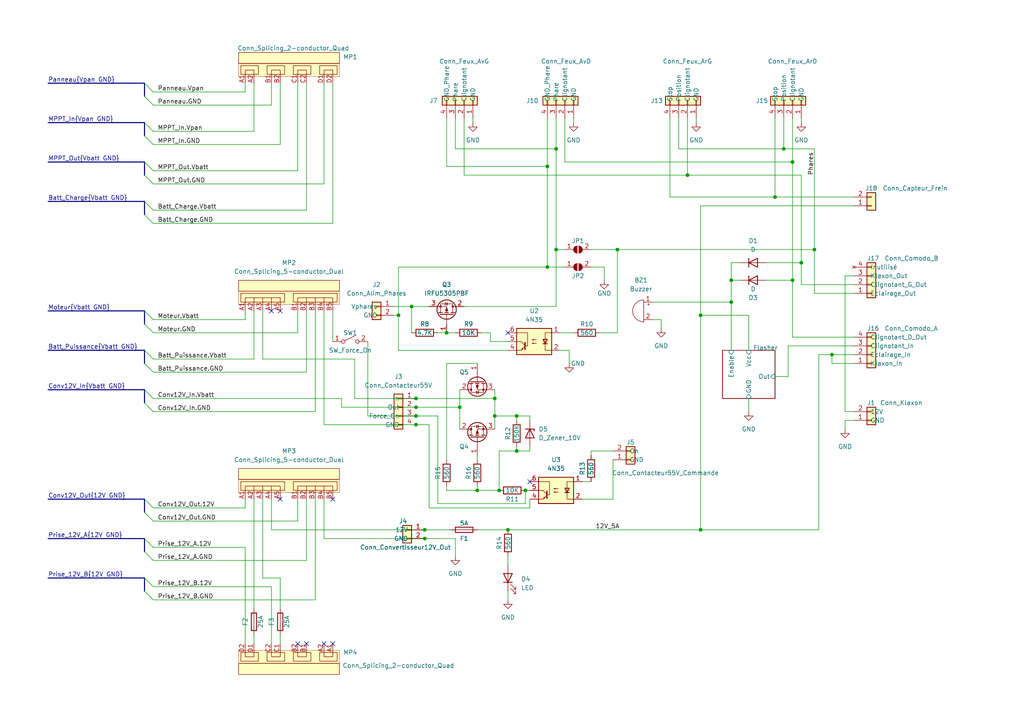
<source format=kicad_sch>
(kicad_sch (version 20211123) (generator eeschema)
  (paper "A4")
  (title_block (title "Boitier électrique vhéliotech") (date "2025-01-08") (company "Vélo solaire pour tous") (comment 1 "Licence CERN-OHL-S version 2"))
  (lib_symbols
    (symbol "Conn_Feux_Arriere_1" (pin_names (offset 1.016))
      (property "Reference" "J" (at 0 5.08 0))
      (property "Value" "Conn_Feux_Arriere_1" (at 0 -7.62 0))
      (symbol "Conn_Feux_Arriere_1_1_1"
        (rectangle (start -1.27 -4.953) (end 0 -5.207) (stroke (width 0.1524)))
        (rectangle (start -1.27 -2.413) (end 0 -2.667) (stroke (width 0.1524)))
        (rectangle (start -1.27 0.127) (end 0 -0.127) (stroke (width 0.1524)))
        (rectangle (start -1.27 2.667) (end 0 2.413) (stroke (width 0.1524)))
        (rectangle (start -1.27 3.81) (end 1.27 -6.35) (stroke (width 0.254)) (fill (type background)))
        (pin power_in line (at -5.08 2.54 0) (length 3.81) (name "GND") (number "1"))
        (pin passive line (at -5.08 0 0) (length 3.81) (name "Clignotant") (number "2"))
        (pin passive line (at -5.08 -2.54 0) (length 3.81) (name "Position") (number "3"))
        (pin passive line (at -5.08 -5.08 0) (length 3.81) (name "Stop") (number "4"))
      )
    )
    (symbol "Connector_Generic:Conn_01x02" (pin_names (offset 1.016) hide)
      (property "Reference" "J" (at 0 2.54 0))
      (property "Value" "Conn_01x02" (at 0 -5.08 0))
      (symbol "Conn_01x02_1_1"
        (rectangle (start -1.27 -2.413) (end 0 -2.667) (stroke (width 0.1524)))
        (rectangle (start -1.27 0.127) (end 0 -0.127) (stroke (width 0.1524)))
        (rectangle (start -1.27 1.27) (end 1.27 -3.81) (stroke (width 0.254)) (fill (type background)))
        (pin passive line (at -5.08 0 0) (length 3.81) (name "Pin_1") (number "1"))
        (pin passive line (at -5.08 -2.54 0) (length 3.81) (name "Pin_2") (number "2"))
      )
    )
    (symbol "Device:Buzzer" (pin_names (offset 0.0254) hide)
      (property "Reference" "BZ" (at 3.81 1.27 0))
      (property "Value" "Buzzer" (at 3.81 -1.27 0))
      (symbol "Buzzer_0_1"
        (arc (start 0 -3.175) (mid 3.175 0) (end 0 3.175))
        (polyline (pts (xy -1.651 1.905) (xy -1.143 1.905)))
        (polyline (pts (xy -1.397 2.159) (xy -1.397 1.651)))
        (polyline (pts (xy 0 3.175) (xy 0 -3.175)))
      )
      (symbol "Buzzer_1_1"
        (pin passive line (at -2.54 2.54 0) (length 2.54) (name "-") (number "1"))
        (pin passive line (at -2.54 -2.54 0) (length 2.54) (name "+") (number "2"))
      )
    )
    (symbol "Device:D" (pin_numbers hide) (pin_names (offset 1.016) hide)
      (property "Reference" "D" (at 0 2.54 0))
      (property "Value" "D" (at 0 -2.54 0))
      (symbol "D_0_1"
        (polyline (pts (xy -1.27 1.27) (xy -1.27 -1.27)) (stroke (width 0.254)))
        (polyline (pts (xy 1.27 0) (xy -1.27 0)))
        (polyline (pts (xy 1.27 1.27) (xy 1.27 -1.27) (xy -1.27 0) (xy 1.27 1.27)) (stroke (width 0.254)))
      )
      (symbol "D_1_1"
        (pin passive line (at -3.81 0 0) (length 2.54) (name "K") (number "1"))
        (pin passive line (at 3.81 0 180) (length 2.54) (name "A") (number "2"))
      )
    )
    (symbol "Device:D_Zener" (pin_numbers hide) (pin_names (offset 1.016) hide)
      (property "Reference" "D" (at 0 2.54 0))
      (property "Value" "D_Zener" (at 0 -2.54 0))
      (symbol "D_Zener_0_1"
        (polyline (pts (xy 1.27 0) (xy -1.27 0)))
        (polyline (pts (xy -1.27 -1.27) (xy -1.27 1.27) (xy -0.762 1.27)) (stroke (width 0.254)))
        (polyline (pts (xy 1.27 -1.27) (xy 1.27 1.27) (xy -1.27 0) (xy 1.27 -1.27)) (stroke (width 0.254)))
      )
      (symbol "D_Zener_1_1"
        (pin passive line (at -3.81 0 0) (length 2.54) (name "K") (number "1"))
        (pin passive line (at 3.81 0 180) (length 2.54) (name "A") (number "2"))
      )
    )
    (symbol "Device:LED" (pin_numbers hide) (pin_names (offset 1.016) hide)
      (property "Reference" "D" (at 0 2.54 0))
      (property "Value" "LED" (at 0 -2.54 0))
      (symbol "LED_0_1"
        (polyline (pts (xy -1.27 -1.27) (xy -1.27 1.27)) (stroke (width 0.254)))
        (polyline (pts (xy -1.27 0) (xy 1.27 0)))
        (polyline (pts (xy 1.27 -1.27) (xy 1.27 1.27) (xy -1.27 0) (xy 1.27 -1.27)) (stroke (width 0.254)))
        (polyline (pts (xy -3.048 -0.762) (xy -4.572 -2.286) (xy -3.81 -2.286) (xy -4.572 -2.286) (xy -4.572 -1.524)))
        (polyline (pts (xy -1.778 -0.762) (xy -3.302 -2.286) (xy -2.54 -2.286) (xy -3.302 -2.286) (xy -3.302 -1.524)))
      )
      (symbol "LED_1_1"
        (pin passive line (at -3.81 0 0) (length 2.54) (name "K") (number "1"))
        (pin passive line (at 3.81 0 180) (length 2.54) (name "A") (number "2"))
      )
    )
    (symbol "Device:R" (pin_numbers hide) (pin_names (offset 0))
      (property "Reference" "R" (at 2.032 0 90))
      (property "Value" "R" (at 0 0 90))
      (symbol "R_0_1"
        (rectangle (start -1.016 -2.54) (end 1.016 2.54) (stroke (width 0.254)))
      )
      (symbol "R_1_1"
        (pin passive line (at 0 3.81 270) (length 1.27) (name "~") (number "1"))
        (pin passive line (at 0 -3.81 90) (length 1.27) (name "~") (number "2"))
      )
    )
    (symbol "Isolator:4N35" (pin_names (offset 1.016))
      (property "Reference" "U" (at -5.08 5.08 0))
      (property "Value" "4N35" (at 0 5.08 0))
      (symbol "4N35_0_1"
        (rectangle (start -5.08 3.81) (end 5.08 -3.81) (stroke (width 0.254)) (fill (type background)))
        (polyline (pts (xy -3.81 -0.635) (xy -2.54 -0.635)) (stroke (width 0.254)))
        (polyline (pts (xy 2.667 -1.397) (xy 3.81 -2.54)))
        (polyline (pts (xy 2.667 -1.143) (xy 3.81 0)))
        (polyline (pts (xy 3.81 -2.54) (xy 5.08 -2.54)))
        (polyline (pts (xy 3.81 0) (xy 5.08 0)))
        (polyline (pts (xy 2.667 -0.254) (xy 2.667 -2.286) (xy 2.667 -2.286)) (stroke (width 0.3556)))
        (polyline (pts (xy -5.08 -2.54) (xy -3.175 -2.54) (xy -3.175 2.54) (xy -5.08 2.54)))
        (polyline (pts (xy -3.175 -0.635) (xy -3.81 0.635) (xy -2.54 0.635) (xy -3.175 -0.635)) (stroke (width 0.254)))
        (polyline (pts (xy 3.683 -2.413) (xy 3.429 -1.905) (xy 3.175 -2.159) (xy 3.683 -2.413)))
        (polyline (pts (xy 5.08 2.54) (xy 1.905 2.54) (xy 1.905 -1.27) (xy 2.54 -1.27)))
        (polyline (pts (xy -0.635 -0.508) (xy 0.635 -0.508) (xy 0.254 -0.635) (xy 0.254 -0.381) (xy 0.635 -0.508)))
        (polyline (pts (xy -0.635 0.508) (xy 0.635 0.508) (xy 0.254 0.381) (xy 0.254 0.635) (xy 0.635 0.508)))
      )
      (symbol "4N35_1_1"
        (pin passive line (at -7.62 2.54 0) (length 2.54) (name "~") (number "1"))
        (pin passive line (at -7.62 -2.54 0) (length 2.54) (name "~") (number "2"))
        (pin no_connect line (at -5.08 0 0) (length 2.54) hide (name "NC") (number "3"))
        (pin passive line (at 7.62 -2.54 180) (length 2.54) (name "~") (number "4"))
        (pin passive line (at 7.62 0 180) (length 2.54) (name "~") (number "5"))
        (pin passive line (at 7.62 2.54 180) (length 2.54) (name "~") (number "6"))
      )
    )
    (symbol "Jumper:SolderJumper_2_Open" (pin_names (offset 0) hide)
      (property "Reference" "JP" (at 0 2.032 0))
      (property "Value" "SolderJumper_2_Open" (at 0 -2.54 0))
      (symbol "SolderJumper_2_Open_0_1"
        (arc (start -0.254 1.016) (mid -1.27 0) (end -0.254 -1.016))
        (arc (start -0.254 1.016) (mid -1.27 0) (end -0.254 -1.016) (fill (type outline)))
        (polyline (pts (xy -0.254 1.016) (xy -0.254 -1.016)))
        (polyline (pts (xy 0.254 1.016) (xy 0.254 -1.016)))
        (arc (start 0.254 -1.016) (mid 1.27 0) (end 0.254 1.016))
        (arc (start 0.254 -1.016) (mid 1.27 0) (end 0.254 1.016) (fill (type outline)))
      )
      (symbol "SolderJumper_2_Open_1_1"
        (pin passive line (at -3.81 0 0) (length 2.54) (name "A") (number "1"))
        (pin passive line (at 3.81 0 180) (length 2.54) (name "B") (number "2"))
      )
    )
    (symbol "Switch:SW_SPST" (pin_names (offset 0) hide)
      (property "Reference" "SW" (at 0 3.175 0))
      (property "Value" "SW_SPST" (at 0 -2.54 0))
      (symbol "SW_SPST_0_0"
        (circle (center -2.032 0) (radius 0.508))
        (polyline (pts (xy -1.524 0.254) (xy 1.524 1.778)))
        (circle (center 2.032 0) (radius 0.508))
      )
      (symbol "SW_SPST_1_1"
        (pin passive line (at -5.08 0 0) (length 2.54) (name "A") (number "1"))
        (pin passive line (at 5.08 0 180) (length 2.54) (name "B") (number "2"))
      )
    )
    (symbol "Transistor_FET:FQP27P06" (pin_names hide)
      (property "Reference" "Q" (at 5.08 1.905 0))
      (property "Value" "FQP27P06" (at 5.08 0 0))
      (symbol "FQP27P06_0_1"
        (polyline (pts (xy 0.254 0) (xy -2.54 0)))
        (polyline (pts (xy 0.254 1.905) (xy 0.254 -1.905)) (stroke (width 0.254)))
        (polyline (pts (xy 0.762 -1.27) (xy 0.762 -2.286)) (stroke (width 0.254)))
        (polyline (pts (xy 0.762 0.508) (xy 0.762 -0.508)) (stroke (width 0.254)))
        (polyline (pts (xy 0.762 2.286) (xy 0.762 1.27)) (stroke (width 0.254)))
        (polyline (pts (xy 2.54 2.54) (xy 2.54 1.778)))
        (polyline (pts (xy 2.54 -2.54) (xy 2.54 0) (xy 0.762 0)))
        (polyline (pts (xy 0.762 1.778) (xy 3.302 1.778) (xy 3.302 -1.778) (xy 0.762 -1.778)))
        (polyline (pts (xy 2.286 0) (xy 1.27 0.381) (xy 1.27 -0.381) (xy 2.286 0)) (fill (type outline)))
        (polyline (pts (xy 2.794 -0.508) (xy 2.921 -0.381) (xy 3.683 -0.381) (xy 3.81 -0.254)))
        (polyline (pts (xy 3.302 -0.381) (xy 2.921 0.254) (xy 3.683 0.254) (xy 3.302 -0.381)))
        (circle (center 1.651 0) (radius 2.794) (stroke (width 0.254)))
        (circle (center 2.54 -1.778) (radius 0.254) (fill (type outline)))
        (circle (center 2.54 1.778) (radius 0.254) (fill (type outline)))
      )
      (symbol "FQP27P06_1_1"
        (pin input line (at -5.08 0 0) (length 2.54) (name "G") (number "1"))
        (pin passive line (at 2.54 5.08 270) (length 2.54) (name "D") (number "2"))
        (pin passive line (at 2.54 -5.08 90) (length 2.54) (name "S") (number "3"))
      )
    )
    (symbol "circuit:Conn_Alim_Phares" (pin_names (offset 1.016))
      (property "Reference" "J" (at 0 2.54 0))
      (property "Value" "Conn_Alim_Phares" (at 0 -5.08 0))
      (symbol "Conn_Alim_Phares_1_1"
        (rectangle (start -1.27 -2.413) (end 0 -2.667) (stroke (width 0.1524)))
        (rectangle (start -1.27 0.127) (end 0 -0.127) (stroke (width 0.1524)))
        (rectangle (start -1.27 1.27) (end 1.27 -3.81) (stroke (width 0.254)) (fill (type background)))
        (pin power_out line (at -5.08 0 0) (length 3.81) (name "Vphares") (number "1"))
        (pin power_out line (at -5.08 -2.54 0) (length 3.81) (name "GND") (number "2"))
      )
    )
    (symbol "circuit:Conn_Comodo_A" (pin_names (offset 1.016))
      (property "Reference" "J" (at 0 5.08 0))
      (property "Value" "Conn_Comodo_A" (at 0 -7.62 0))
      (symbol "Conn_Comodo_A_1_1"
        (rectangle (start -1.27 -4.953) (end 0 -5.207) (stroke (width 0.1524)))
        (rectangle (start -1.27 -2.413) (end 0 -2.667) (stroke (width 0.1524)))
        (rectangle (start -1.27 0.127) (end 0 -0.127) (stroke (width 0.1524)))
        (rectangle (start -1.27 2.667) (end 0 2.413) (stroke (width 0.1524)))
        (rectangle (start -1.27 3.81) (end 1.27 -6.35) (stroke (width 0.254)) (fill (type background)))
        (pin passive line (at -5.08 2.54 0) (length 3.81) (name "Klaxon_In") (number "1"))
        (pin passive line (at -5.08 0 0) (length 3.81) (name "Eclairage_In") (number "2"))
        (pin passive line (at -5.08 -2.54 0) (length 3.81) (name "Clignotant_In") (number "3"))
        (pin passive line (at -5.08 -5.08 0) (length 3.81) (name "Clignotant_D_Out") (number "4"))
      )
    )
    (symbol "circuit:Conn_Comodo_B" (pin_names (offset 1.016))
      (property "Reference" "J" (at 0 5.08 0))
      (property "Value" "Conn_Comodo_B" (at 0 -7.62 0))
      (symbol "Conn_Comodo_B_1_1"
        (rectangle (start -1.27 -4.953) (end 0 -5.207) (stroke (width 0.1524)))
        (rectangle (start -1.27 -2.413) (end 0 -2.667) (stroke (width 0.1524)))
        (rectangle (start -1.27 0.127) (end 0 -0.127) (stroke (width 0.1524)))
        (rectangle (start -1.27 2.667) (end 0 2.413) (stroke (width 0.1524)))
        (rectangle (start -1.27 3.81) (end 1.27 -6.35) (stroke (width 0.254)) (fill (type background)))
        (pin passive line (at -5.08 2.54 0) (length 3.81) (name "Eclairage_Out") (number "1"))
        (pin passive line (at -5.08 0 0) (length 3.81) (name "Clignotant_G_Out") (number "2"))
        (pin passive line (at -5.08 -2.54 0) (length 3.81) (name "Klaxon_Out") (number "3"))
        (pin no_connect line (at -5.08 -5.08 0) (length 3.81) (name "Inutilisé") (number "4"))
      )
    )
    (symbol "circuit:Conn_Contacteur55V" (pin_names (offset 1.016))
      (property "Reference" "J" (at 0 5.08 0))
      (property "Value" "Conn_Contacteur55V" (at 0 -7.62 0))
      (symbol "Conn_Contacteur55V_1_1"
        (rectangle (start -1.27 -4.953) (end 0 -5.207) (stroke (width 0.1524)))
        (rectangle (start -1.27 -2.413) (end 0 -2.667) (stroke (width 0.1524)))
        (rectangle (start -1.27 0.127) (end 0 -0.127) (stroke (width 0.1524)))
        (rectangle (start -1.27 2.667) (end 0 2.413) (stroke (width 0.1524)))
        (rectangle (start -1.27 3.81) (end 1.27 -6.35) (stroke (width 0.254)) (fill (type background)))
        (pin power_in line (at -5.08 2.54 0) (length 3.81) (name "In") (number "1"))
        (pin power_in line (at -5.08 0 0) (length 3.81) (name "Out") (number "2"))
        (pin passive line (at -5.08 -2.54 0) (length 3.81) (name "Force_On") (number "3"))
        (pin power_in line (at -5.08 -5.08 0) (length 3.81) (name "GND") (number "4"))
      )
    )
    (symbol "circuit:Conn_Contacteur55V_Commande" (pin_names (offset 1.016))
      (property "Reference" "J" (at 0 2.54 0))
      (property "Value" "Conn_Contacteur55V_Commande" (at 0 -5.08 0))
      (symbol "Conn_Contacteur55V_Commande_1_1"
        (rectangle (start -1.27 -2.413) (end 0 -2.667) (stroke (width 0.1524)))
        (rectangle (start -1.27 0.127) (end 0 -0.127) (stroke (width 0.1524)))
        (rectangle (start -1.27 1.27) (end 1.27 -3.81) (stroke (width 0.254)) (fill (type background)))
        (pin power_in line (at -5.08 0 0) (length 3.81) (name "GND") (number "1"))
        (pin passive line (at -5.08 -2.54 0) (length 3.81) (name "On") (number "2"))
      )
    )
    (symbol "circuit:Conn_Convertisseur12V_Out" (pin_names (offset 1.016))
      (property "Reference" "J" (at 0 2.54 0))
      (property "Value" "Conn_Convertisseur12V_Out" (at 0 -5.08 0))
      (symbol "Conn_Convertisseur12V_Out_1_1"
        (rectangle (start -1.27 -2.413) (end 0 -2.667) (stroke (width 0.1524)))
        (rectangle (start -1.27 0.127) (end 0 -0.127) (stroke (width 0.1524)))
        (rectangle (start -1.27 1.27) (end 1.27 -3.81) (stroke (width 0.254)) (fill (type background)))
        (pin power_out line (at -5.08 0 0) (length 3.81) (name "12V") (number "1"))
        (pin power_out line (at -5.08 -2.54 0) (length 3.81) (name "GND") (number "2"))
      )
    )
    (symbol "circuit:Conn_Feux_Arriere" (pin_names (offset 1.016))
      (property "Reference" "J" (at 0 5.08 0))
      (property "Value" "Conn_Feux_Arriere" (at 0 -7.62 0))
      (symbol "Conn_Feux_Arriere_1_1"
        (rectangle (start -1.27 -4.953) (end 0 -5.207) (stroke (width 0.1524)))
        (rectangle (start -1.27 -2.413) (end 0 -2.667) (stroke (width 0.1524)))
        (rectangle (start -1.27 0.127) (end 0 -0.127) (stroke (width 0.1524)))
        (rectangle (start -1.27 2.667) (end 0 2.413) (stroke (width 0.1524)))
        (rectangle (start -1.27 3.81) (end 1.27 -6.35) (stroke (width 0.254)) (fill (type background)))
        (pin power_in line (at -5.08 2.54 0) (length 3.81) (name "GND") (number "1"))
        (pin passive line (at -5.08 0 0) (length 3.81) (name "Clignotant") (number "2"))
        (pin passive line (at -5.08 -2.54 0) (length 3.81) (name "Position") (number "3"))
        (pin passive line (at -5.08 -5.08 0) (length 3.81) (name "Stop") (number "4"))
      )
    )
    (symbol "circuit:Conn_Feux_Avant" (pin_names (offset 1.016))
      (property "Reference" "J" (at 0 5.08 0))
      (property "Value" "Conn_Feux_Avant" (at 0 -7.62 0))
      (symbol "Conn_Feux_Avant_1_1"
        (rectangle (start -1.27 -4.953) (end 0 -5.207) (stroke (width 0.1524)))
        (rectangle (start -1.27 -2.413) (end 0 -2.667) (stroke (width 0.1524)))
        (rectangle (start -1.27 0.127) (end 0 -0.127) (stroke (width 0.1524)))
        (rectangle (start -1.27 2.667) (end 0 2.413) (stroke (width 0.1524)))
        (rectangle (start -1.27 3.81) (end 1.27 -6.35) (stroke (width 0.254)) (fill (type background)))
        (pin power_in line (at -5.08 2.54 0) (length 3.81) (name "GND") (number "1"))
        (pin passive line (at -5.08 0 0) (length 3.81) (name "Clignotant") (number "2"))
        (pin passive line (at -5.08 -2.54 0) (length 3.81) (name "Phare") (number "3"))
        (pin power_in line (at -5.08 -5.08 0) (length 3.81) (name "GND_Phare") (number "4"))
      )
    )
    (symbol "circuit:Conn_Klaxon" (pin_names (offset 1.016))
      (property "Reference" "J" (at 0 2.54 0))
      (property "Value" "Conn_Klaxon" (at 0 -5.08 0))
      (symbol "Conn_Klaxon_1_1"
        (rectangle (start -1.27 -2.413) (end 0 -2.667) (stroke (width 0.1524)))
        (rectangle (start -1.27 0.127) (end 0 -0.127) (stroke (width 0.1524)))
        (rectangle (start -1.27 1.27) (end 1.27 -3.81) (stroke (width 0.254)) (fill (type background)))
        (pin power_in line (at -5.08 0 0) (length 3.81) (name "GND") (number "1"))
        (pin passive line (at -5.08 -2.54 0) (length 3.81) (name "12V") (number "2"))
      )
    )
    (symbol "circuit:Conn_Splicing_2-conductor_Quad"
      (property "Reference" "MP" (at 0.635 11.43 0))
      (property "Value" "Conn_Splicing_2-conductor_Quad" (at 1.27 -21.59 0))
      (symbol "Conn_Splicing_2-conductor_Quad_0_1"
        (rectangle (start -3.175 9.525) (end 0.635 -19.685) (stroke (width 0.01)) (fill (type background)))
        (rectangle (start -2.54 -13.97) (end 0 -19.05))
        (rectangle (start -2.54 -6.35) (end 0 -11.43))
        (rectangle (start -2.54 1.27) (end 0 -3.81))
        (rectangle (start -2.54 8.89) (end 0 3.81))
        (polyline (pts (xy -2.54 -15.24) (xy -1.27 -15.24) (xy -1.27 -17.78) (xy -2.54 -17.78)))
        (polyline (pts (xy -2.54 -7.62) (xy -1.27 -7.62) (xy -1.27 -10.16) (xy -2.54 -10.16)))
        (polyline (pts (xy -2.54 0) (xy -1.27 0) (xy -1.27 -2.54) (xy -2.54 -2.54)))
        (polyline (pts (xy -2.54 7.62) (xy -1.27 7.62) (xy -1.27 5.08) (xy -2.54 5.08)))
        (rectangle (start 0.635 9.525) (end 3.81 -19.685) (fill (type background)))
      )
      (symbol "Conn_Splicing_2-conductor_Quad_1_1"
        (pin passive line (at -5.08 7.62 0) (length 2.54) (name "") (number "A1"))
        (pin passive line (at -5.08 5.08 0) (length 2.54) (name "") (number "A2"))
        (pin passive line (at -5.08 0 0) (length 2.54) (name "") (number "B1"))
        (pin passive line (at -5.08 -2.54 0) (length 2.54) (name "") (number "B2"))
        (pin passive line (at -5.08 -7.62 0) (length 2.54) (name "") (number "C1"))
        (pin passive line (at -5.08 -10.16 0) (length 2.54) (name "") (number "C2"))
        (pin passive line (at -5.08 -15.24 0) (length 2.54) (name "") (number "D1"))
        (pin passive line (at -5.08 -17.78 0) (length 2.54) (name "") (number "D2"))
      )
    )
    (symbol "circuit:Conn_Splicing_5-conductor_Dual"
      (property "Reference" "MP" (at 0.635 11.43 0))
      (property "Value" "Conn_Splicing_5-conductor_Dual" (at 1.27 -21.59 0))
      (symbol "Conn_Splicing_5-conductor_Dual_0_1"
        (rectangle (start -3.175 9.525) (end 0.635 -19.685) (stroke (width 0.01)) (fill (type background)))
        (rectangle (start -2.54 -6.35) (end 0 -19.05))
        (rectangle (start -2.54 8.89) (end 0 -3.81))
        (polyline (pts (xy -1.27 -15.24) (xy -2.54 -15.24)))
        (polyline (pts (xy -1.27 -12.7) (xy -2.54 -12.7)))
        (polyline (pts (xy -1.27 -10.16) (xy -2.54 -10.16)))
        (polyline (pts (xy -1.27 0) (xy -2.54 0)))
        (polyline (pts (xy -1.27 2.54) (xy -2.54 2.54)))
        (polyline (pts (xy -1.27 5.08) (xy -2.54 5.08)))
        (polyline (pts (xy -2.54 -7.62) (xy -1.27 -7.62) (xy -1.27 -17.78) (xy -2.54 -17.78)))
        (polyline (pts (xy -2.54 7.62) (xy -1.27 7.62) (xy -1.27 -2.54) (xy -2.54 -2.54)))
        (rectangle (start 0.635 9.525) (end 3.81 -19.685) (fill (type background)))
      )
      (symbol "Conn_Splicing_5-conductor_Dual_1_1"
        (pin passive line (at -5.08 7.62 0) (length 2.54) (name "") (number "A1"))
        (pin passive line (at -5.08 5.08 0) (length 2.54) (name "") (number "A2"))
        (pin passive line (at -5.08 2.54 0) (length 2.54) (name "") (number "A3"))
        (pin passive line (at -5.08 0 0) (length 2.54) (name "") (number "A4"))
        (pin passive line (at -5.08 -2.54 0) (length 2.54) (name "") (number "A5"))
        (pin passive line (at -5.08 -7.62 0) (length 2.54) (name "") (number "B1"))
        (pin passive line (at -5.08 -10.16 0) (length 2.54) (name "") (number "B2"))
        (pin passive line (at -5.08 -12.7 0) (length 2.54) (name "") (number "B3"))
        (pin passive line (at -5.08 -15.24 0) (length 2.54) (name "") (number "B4"))
        (pin passive line (at -5.08 -17.78 0) (length 2.54) (name "") (number "B5"))
      )
    )
    (symbol "circuit:Fuse" (pin_numbers hide) (pin_names (offset 0))
      (property "Reference" "F" (at 2.032 0 90))
      (property "Value" "Fuse" (at -1.905 0 90))
      (symbol "Fuse_0_1"
        (rectangle (start -0.762 -2.54) (end 0.762 2.54) (stroke (width 0.254)))
        (polyline (pts (xy 0 2.54) (xy 0 -2.54)))
      )
      (symbol "Fuse_1_1"
        (pin passive line (at 0 3.81 270) (length 1.27) (name "~") (number "1"))
        (pin passive line (at 0 -3.81 90) (length 1.27) (name "~") (number "2"))
      )
    )
    (symbol "power:GND" (power) (pin_names (offset 0))
      (property "Value" "GND" (at 0 -3.81 0))
      (symbol "GND_0_1"
        (polyline (pts (xy 0 0) (xy 0 -1.27) (xy 1.27 -1.27) (xy 0 -2.54) (xy -1.27 -1.27) (xy 0 -1.27)))
      )
      (symbol "GND_1_1"
        (pin power_in line (at 0 0 270) (length 0) hide (name "GND") (number "1"))
      )
    )
  )
  (junction (at 149.86 130.81))
  (junction (at 149.86 120.65))
  (junction (at 123.19 156.21))
  (junction (at 179.07 72.39))
  (junction (at 144.78 142.24))
  (junction (at 120.65 120.65))
  (junction (at 199.39 50.8))
  (junction (at 161.29 43.18))
  (junction (at 120.65 123.19))
  (junction (at 224.79 57.15))
  (junction (at 241.3 102.87))
  (junction (at 229.87 81.28))
  (junction (at 203.2 91.44))
  (junction (at 115.57 91.44))
  (junction (at 227.33 43.18))
  (junction (at 161.29 72.39))
  (junction (at 229.87 46.99))
  (junction (at 212.09 81.28))
  (junction (at 138.43 142.24))
  (junction (at 236.22 72.39))
  (junction (at 152.4 142.24))
  (junction (at 158.75 48.26))
  (junction (at 212.09 87.63))
  (junction (at 133.35 118.11))
  (junction (at 203.2 153.67))
  (junction (at 143.51 120.65))
  (junction (at 147.32 153.67))
  (junction (at 120.65 118.11))
  (junction (at 120.65 115.57))
  (junction (at 143.51 115.57))
  (junction (at 129.54 96.52))
  (junction (at 123.19 153.67))
  (junction (at 232.41 76.2))
  (junction (at 158.75 77.47))
  (junction (at 119.38 88.9))
  (no_connect (at 96.52 186.69))
  (no_connect (at 96.52 144.78))
  (no_connect (at 147.32 96.52))
  (no_connect (at 78.74 90.17))
  (no_connect (at 88.9 186.69))
  (no_connect (at 93.98 186.69))
  (no_connect (at 86.36 186.69))
  (no_connect (at 81.28 144.78))
  (no_connect (at 153.67 139.7))
  (no_connect (at 81.28 90.17))
  (bus_entry (at 41.91 35.56) (size 2.54 2.54))
  (bus_entry (at 41.91 105.41) (size 2.54 2.54))
  (bus_entry (at 41.91 144.78) (size 2.54 2.54))
  (bus_entry (at 41.91 58.42) (size 2.54 2.54))
  (bus_entry (at 41.91 116.84) (size 2.54 2.54))
  (bus_entry (at 41.91 62.23) (size 2.54 2.54))
  (bus_entry (at 41.91 24.13) (size 2.54 2.54))
  (bus_entry (at 41.91 50.8) (size 2.54 2.54))
  (bus_entry (at 41.91 167.64) (size 2.54 2.54))
  (bus_entry (at 41.91 46.99) (size 2.54 2.54))
  (bus_entry (at 41.91 156.21) (size 2.54 2.54))
  (bus_entry (at 41.91 93.98) (size 2.54 2.54))
  (bus_entry (at 41.91 113.03) (size 2.54 2.54))
  (bus_entry (at 41.91 171.45) (size 2.54 2.54))
  (bus_entry (at 41.91 90.17) (size 2.54 2.54))
  (bus_entry (at 41.91 148.59) (size 2.54 2.54))
  (bus_entry (at 41.91 27.94) (size 2.54 2.54))
  (bus_entry (at 41.91 160.02) (size 2.54 2.54))
  (bus_entry (at 41.91 101.6) (size 2.54 2.54))
  (bus_entry (at 41.91 39.37) (size 2.54 2.54))
  (wire (pts (xy 217.17 115.57) (xy 217.17 119.38)))
  (wire (pts (xy 71.12 147.32) (xy 71.12 144.78)))
  (wire (pts (xy 212.09 87.63) (xy 212.09 101.6)))
  (wire (pts (xy 161.29 72.39) (xy 161.29 88.9)))
  (wire (pts (xy 247.65 121.92) (xy 245.11 121.92)))
  (wire (pts (xy 149.86 130.81) (xy 153.67 130.81)))
  (bus (pts (xy 41.91 35.56) (xy 41.91 39.37)))
  (wire (pts (xy 133.35 118.11) (xy 133.35 124.46)))
  (wire (pts (xy 88.9 162.56) (xy 88.9 144.78)))
  (wire (pts (xy 129.54 34.29) (xy 129.54 48.26)))
  (wire (pts (xy 228.6 100.33) (xy 228.6 109.22)))
  (wire (pts (xy 222.25 76.2) (xy 232.41 76.2)))
  (wire (pts (xy 153.67 130.81) (xy 153.67 129.54)))
  (wire (pts (xy 161.29 43.18) (xy 132.08 43.18)))
  (wire (pts (xy 212.09 81.28) (xy 212.09 87.63)))
  (bus (pts (xy 13.97 24.13) (xy 41.91 24.13)))
  (wire (pts (xy 44.45 162.56) (xy 88.9 162.56)))
  (bus (pts (xy 41.91 144.78) (xy 41.91 148.59)))
  (wire (pts (xy 44.45 158.75) (xy 71.12 158.75)))
  (wire (pts (xy 227.33 34.29) (xy 227.33 43.18)))
  (wire (pts (xy 44.45 170.18) (xy 78.74 170.18)))
  (wire (pts (xy 120.65 118.11) (xy 133.35 118.11)))
  (wire (pts (xy 93.98 90.17) (xy 93.98 123.19)))
  (wire (pts (xy 76.2 104.14) (xy 102.87 104.14)))
  (wire (pts (xy 199.39 34.29) (xy 199.39 50.8)))
  (wire (pts (xy 153.67 144.78) (xy 153.67 147.32)))
  (wire (pts (xy 147.32 171.45) (xy 147.32 173.99)))
  (wire (pts (xy 127 96.52) (xy 129.54 96.52)))
  (wire (pts (xy 88.9 60.96) (xy 88.9 24.13)))
  (wire (pts (xy 158.75 77.47) (xy 115.57 77.47)))
  (wire (pts (xy 229.87 46.99) (xy 163.83 46.99)))
  (wire (pts (xy 138.43 142.24) (xy 138.43 140.97)))
  (wire (pts (xy 120.65 123.19) (xy 93.98 123.19)))
  (wire (pts (xy 161.29 72.39) (xy 163.83 72.39)))
  (wire (pts (xy 152.4 142.24) (xy 152.4 146.05)))
  (wire (pts (xy 44.45 147.32) (xy 71.12 147.32)))
  (wire (pts (xy 73.66 144.78) (xy 73.66 176.53)))
  (wire (pts (xy 147.32 99.06) (xy 142.24 99.06)))
  (wire (pts (xy 237.49 153.67) (xy 237.49 102.87)))
  (wire (pts (xy 162.56 96.52) (xy 166.37 96.52)))
  (wire (pts (xy 81.28 167.64) (xy 81.28 176.53)))
  (wire (pts (xy 44.45 30.48) (xy 78.74 30.48)))
  (wire (pts (xy 137.16 34.29) (xy 137.16 35.56)))
  (wire (pts (xy 161.29 34.29) (xy 161.29 43.18)))
  (wire (pts (xy 241.3 105.41) (xy 241.3 102.87)))
  (wire (pts (xy 129.54 140.97) (xy 129.54 142.24)))
  (wire (pts (xy 114.3 91.44) (xy 115.57 91.44)))
  (wire (pts (xy 44.45 26.67) (xy 71.12 26.67)))
  (wire (pts (xy 102.87 115.57) (xy 120.65 115.57)))
  (wire (pts (xy 179.07 72.39) (xy 236.22 72.39)))
  (wire (pts (xy 96.52 90.17) (xy 96.52 99.06)))
  (wire (pts (xy 158.75 77.47) (xy 163.83 77.47)))
  (wire (pts (xy 147.32 153.67) (xy 203.2 153.67)))
  (wire (pts (xy 71.12 92.71) (xy 71.12 90.17)))
  (wire (pts (xy 161.29 43.18) (xy 161.29 72.39)))
  (wire (pts (xy 245.11 119.38) (xy 247.65 119.38)))
  (wire (pts (xy 86.36 96.52) (xy 86.36 90.17)))
  (wire (pts (xy 247.65 97.79) (xy 229.87 97.79)))
  (wire (pts (xy 91.44 173.99) (xy 91.44 144.78)))
  (bus (pts (xy 13.97 144.78) (xy 41.91 144.78)))
  (wire (pts (xy 102.87 104.14) (xy 102.87 115.57)))
  (wire (pts (xy 143.51 115.57) (xy 143.51 120.65)))
  (wire (pts (xy 127 120.65) (xy 120.65 120.65)))
  (wire (pts (xy 78.74 186.69) (xy 78.74 170.18)))
  (bus (pts (xy 13.97 156.21) (xy 41.91 156.21)))
  (wire (pts (xy 203.2 91.44) (xy 217.17 91.44)))
  (bus (pts (xy 13.97 58.42) (xy 41.91 58.42)))
  (bus (pts (xy 13.97 35.56) (xy 41.91 35.56)))
  (wire (pts (xy 245.11 80.01) (xy 245.11 119.38)))
  (wire (pts (xy 129.54 48.26) (xy 158.75 48.26)))
  (wire (pts (xy 73.66 184.15) (xy 73.66 186.69)))
  (wire (pts (xy 203.2 91.44) (xy 203.2 153.67)))
  (wire (pts (xy 224.79 57.15) (xy 224.79 34.29)))
  (wire (pts (xy 123.19 156.21) (xy 132.08 156.21)))
  (wire (pts (xy 162.56 101.6) (xy 165.1 101.6)))
  (wire (pts (xy 138.43 153.67) (xy 147.32 153.67)))
  (wire (pts (xy 191.77 95.25) (xy 191.77 92.71)))
  (wire (pts (xy 179.07 72.39) (xy 179.07 96.52)))
  (wire (pts (xy 153.67 121.92) (xy 153.67 120.65)))
  (wire (pts (xy 201.93 34.29) (xy 201.93 35.56)))
  (wire (pts (xy 236.22 43.18) (xy 236.22 72.39)))
  (wire (pts (xy 177.8 133.35) (xy 177.8 144.78)))
  (wire (pts (xy 81.28 184.15) (xy 81.28 186.69)))
  (wire (pts (xy 158.75 48.26) (xy 158.75 77.47)))
  (wire (pts (xy 153.67 120.65) (xy 149.86 120.65)))
  (wire (pts (xy 76.2 90.17) (xy 76.2 104.14)))
  (wire (pts (xy 78.74 30.48) (xy 78.74 24.13)))
  (wire (pts (xy 212.09 76.2) (xy 212.09 81.28)))
  (wire (pts (xy 78.74 153.67) (xy 78.74 144.78)))
  (wire (pts (xy 153.67 147.32) (xy 124.46 147.32)))
  (wire (pts (xy 152.4 146.05) (xy 127 146.05)))
  (wire (pts (xy 44.45 53.34) (xy 93.98 53.34)))
  (wire (pts (xy 194.31 57.15) (xy 194.31 34.29)))
  (wire (pts (xy 229.87 81.28) (xy 229.87 97.79)))
  (wire (pts (xy 114.3 88.9) (xy 119.38 88.9)))
  (wire (pts (xy 228.6 100.33) (xy 247.65 100.33)))
  (wire (pts (xy 134.62 50.8) (xy 134.62 34.29)))
  (wire (pts (xy 245.11 80.01) (xy 247.65 80.01)))
  (wire (pts (xy 115.57 91.44) (xy 115.57 101.6)))
  (wire (pts (xy 222.25 81.28) (xy 229.87 81.28)))
  (bus (pts (xy 13.97 113.03) (xy 41.91 113.03)))
  (wire (pts (xy 168.91 139.7) (xy 171.45 139.7)))
  (bus (pts (xy 41.91 101.6) (xy 41.91 105.41)))
  (wire (pts (xy 179.07 96.52) (xy 173.99 96.52)))
  (wire (pts (xy 115.57 77.47) (xy 115.57 91.44)))
  (bus (pts (xy 41.91 46.99) (xy 41.91 50.8)))
  (wire (pts (xy 88.9 107.95) (xy 88.9 90.17)))
  (wire (pts (xy 44.45 115.57) (xy 99.06 115.57)))
  (wire (pts (xy 144.78 130.81) (xy 144.78 142.24)))
  (wire (pts (xy 212.09 81.28) (xy 214.63 81.28)))
  (bus (pts (xy 41.91 24.13) (xy 41.91 27.94)))
  (wire (pts (xy 86.36 151.13) (xy 86.36 144.78)))
  (wire (pts (xy 44.45 107.95) (xy 88.9 107.95)))
  (wire (pts (xy 76.2 144.78) (xy 76.2 167.64)))
  (wire (pts (xy 232.41 76.2) (xy 232.41 82.55)))
  (wire (pts (xy 147.32 161.29) (xy 147.32 163.83)))
  (wire (pts (xy 203.2 59.69) (xy 247.65 59.69)))
  (wire (pts (xy 99.06 118.11) (xy 99.06 115.57)))
  (wire (pts (xy 189.23 87.63) (xy 212.09 87.63)))
  (wire (pts (xy 106.68 99.06) (xy 106.68 120.65)))
  (wire (pts (xy 149.86 129.54) (xy 149.86 130.81)))
  (wire (pts (xy 86.36 49.53) (xy 86.36 24.13)))
  (wire (pts (xy 123.19 153.67) (xy 78.74 153.67)))
  (wire (pts (xy 44.45 41.91) (xy 81.28 41.91)))
  (wire (pts (xy 237.49 102.87) (xy 241.3 102.87)))
  (wire (pts (xy 196.85 34.29) (xy 196.85 43.18)))
  (wire (pts (xy 93.98 156.21) (xy 93.98 144.78)))
  (wire (pts (xy 177.8 130.81) (xy 171.45 130.81)))
  (wire (pts (xy 81.28 41.91) (xy 81.28 24.13)))
  (wire (pts (xy 127 146.05) (xy 127 120.65)))
  (wire (pts (xy 147.32 101.6) (xy 115.57 101.6)))
  (wire (pts (xy 203.2 59.69) (xy 203.2 91.44)))
  (wire (pts (xy 214.63 76.2) (xy 212.09 76.2)))
  (bus (pts (xy 41.91 167.64) (xy 41.91 171.45)))
  (wire (pts (xy 44.45 119.38) (xy 91.44 119.38)))
  (wire (pts (xy 73.66 104.14) (xy 73.66 90.17)))
  (wire (pts (xy 119.38 88.9) (xy 119.38 96.52)))
  (wire (pts (xy 44.45 64.77) (xy 96.52 64.77)))
  (wire (pts (xy 241.3 102.87) (xy 247.65 102.87)))
  (wire (pts (xy 171.45 72.39) (xy 179.07 72.39)))
  (wire (pts (xy 44.45 151.13) (xy 86.36 151.13)))
  (wire (pts (xy 199.39 50.8) (xy 134.62 50.8)))
  (wire (pts (xy 168.91 144.78) (xy 177.8 144.78)))
  (wire (pts (xy 247.65 105.41) (xy 241.3 105.41)))
  (wire (pts (xy 44.45 49.53) (xy 86.36 49.53)))
  (wire (pts (xy 91.44 119.38) (xy 91.44 90.17)))
  (wire (pts (xy 132.08 156.21) (xy 132.08 161.29)))
  (wire (pts (xy 232.41 50.8) (xy 232.41 76.2)))
  (wire (pts (xy 138.43 142.24) (xy 144.78 142.24)))
  (wire (pts (xy 245.11 121.92) (xy 245.11 124.46)))
  (wire (pts (xy 73.66 38.1) (xy 73.66 24.13)))
  (wire (pts (xy 124.46 147.32) (xy 124.46 123.19)))
  (wire (pts (xy 203.2 153.67) (xy 237.49 153.67)))
  (wire (pts (xy 120.65 115.57) (xy 143.51 115.57)))
  (wire (pts (xy 224.79 57.15) (xy 194.31 57.15)))
  (wire (pts (xy 142.24 99.06) (xy 142.24 96.52)))
  (wire (pts (xy 163.83 46.99) (xy 163.83 34.29)))
  (wire (pts (xy 44.45 92.71) (xy 71.12 92.71)))
  (wire (pts (xy 71.12 26.67) (xy 71.12 24.13)))
  (wire (pts (xy 224.79 57.15) (xy 247.65 57.15)))
  (bus (pts (xy 13.97 167.64) (xy 41.91 167.64)))
  (wire (pts (xy 175.26 81.28) (xy 175.26 77.47)))
  (wire (pts (xy 236.22 85.09) (xy 247.65 85.09)))
  (wire (pts (xy 143.51 120.65) (xy 143.51 124.46)))
  (wire (pts (xy 143.51 113.03) (xy 143.51 115.57)))
  (wire (pts (xy 133.35 113.03) (xy 133.35 118.11)))
  (wire (pts (xy 171.45 77.47) (xy 175.26 77.47)))
  (wire (pts (xy 44.45 60.96) (xy 88.9 60.96)))
  (wire (pts (xy 44.45 96.52) (xy 86.36 96.52)))
  (wire (pts (xy 138.43 133.35) (xy 138.43 132.08)))
  (wire (pts (xy 106.68 120.65) (xy 120.65 120.65)))
  (bus (pts (xy 41.91 90.17) (xy 41.91 93.98)))
  (wire (pts (xy 124.46 123.19) (xy 120.65 123.19)))
  (wire (pts (xy 236.22 72.39) (xy 236.22 85.09)))
  (wire (pts (xy 158.75 48.26) (xy 158.75 34.29)))
  (wire (pts (xy 152.4 142.24) (xy 153.67 142.24)))
  (wire (pts (xy 229.87 46.99) (xy 229.87 81.28)))
  (wire (pts (xy 44.45 173.99) (xy 91.44 173.99)))
  (wire (pts (xy 119.38 88.9) (xy 124.46 88.9)))
  (wire (pts (xy 96.52 64.77) (xy 96.52 24.13)))
  (bus (pts (xy 13.97 46.99) (xy 41.91 46.99)))
  (bus (pts (xy 13.97 101.6) (xy 41.91 101.6)))
  (wire (pts (xy 199.39 50.8) (xy 232.41 50.8)))
  (wire (pts (xy 99.06 118.11) (xy 120.65 118.11)))
  (bus (pts (xy 41.91 58.42) (xy 41.91 62.23)))
  (wire (pts (xy 171.45 130.81) (xy 171.45 132.08)))
  (wire (pts (xy 229.87 34.29) (xy 229.87 46.99)))
  (wire (pts (xy 166.37 34.29) (xy 166.37 35.56)))
  (wire (pts (xy 44.45 104.14) (xy 73.66 104.14)))
  (wire (pts (xy 138.43 105.41) (xy 129.54 105.41)))
  (bus (pts (xy 41.91 156.21) (xy 41.91 160.02)))
  (wire (pts (xy 224.79 109.22) (xy 228.6 109.22)))
  (bus (pts (xy 13.97 90.17) (xy 41.91 90.17)))
  (wire (pts (xy 191.77 92.71) (xy 189.23 92.71)))
  (wire (pts (xy 232.41 82.55) (xy 247.65 82.55)))
  (wire (pts (xy 232.41 34.29) (xy 232.41 35.56)))
  (wire (pts (xy 44.45 38.1) (xy 73.66 38.1)))
  (wire (pts (xy 217.17 91.44) (xy 217.17 101.6)))
  (wire (pts (xy 129.54 105.41) (xy 129.54 133.35)))
  (wire (pts (xy 143.51 120.65) (xy 149.86 120.65)))
  (wire (pts (xy 196.85 43.18) (xy 227.33 43.18)))
  (wire (pts (xy 76.2 167.64) (xy 81.28 167.64)))
  (wire (pts (xy 134.62 88.9) (xy 161.29 88.9)))
  (wire (pts (xy 129.54 96.52) (xy 132.08 96.52)))
  (wire (pts (xy 129.54 142.24) (xy 138.43 142.24)))
  (wire (pts (xy 123.19 156.21) (xy 93.98 156.21)))
  (wire (pts (xy 227.33 43.18) (xy 236.22 43.18)))
  (bus (pts (xy 41.91 113.03) (xy 41.91 116.84)))
  (wire (pts (xy 149.86 130.81) (xy 144.78 130.81)))
  (wire (pts (xy 71.12 186.69) (xy 71.12 158.75)))
  (wire (pts (xy 123.19 153.67) (xy 130.81 153.67)))
  (wire (pts (xy 132.08 43.18) (xy 132.08 34.29)))
  (wire (pts (xy 93.98 53.34) (xy 93.98 24.13)))
  (wire (pts (xy 149.86 121.92) (xy 149.86 120.65)))
  (wire (pts (xy 142.24 96.52) (xy 139.7 96.52)))
  (wire (pts (xy 165.1 101.6) (xy 165.1 105.41)))
  (label "Panneau.Vpan" (at 45.72 26.67 0))
  (label "Panneau.GND" (at 45.72 30.48 0))
  (label "Conv12V_In.Vbatt" (at 45.72 115.57 0))
  (label "Batt_Charge{Vbatt GND}" (at 13.97 58.42 0))
  (label "MPPT_Out{Vbatt GND}" (at 13.97 46.99 0))
  (label "Moteur.GND" (at 45.72 96.52 0))
  (label "Batt_Puissance.Vbatt" (at 45.72 104.14 0))
  (label "Panneau{Vpan GND}" (at 13.97 24.13 0))
  (label "Moteur.Vbatt" (at 45.72 92.71 0))
  (label "Phares" (at 236.22 50.8 90))
  (label "Conv12V_Out.GND" (at 45.72 151.13 0))
  (label "Batt_Charge.GND" (at 45.72 64.77 0))
  (label "Conv12V_Out{12V GND}" (at 13.97 144.78 0))
  (label "MPPT_In{Vpan GND}" (at 13.97 35.56 0))
  (label "Batt_Charge.Vbatt" (at 45.72 60.96 0))
  (label "Prise_12V_B{12V GND}" (at 13.97 167.64 0))
  (label "Conv12V_In{Vbatt GND}" (at 13.97 113.03 0))
  (label "Prise_12V_A.GND" (at 45.72 162.56 0))
  (label "MPPT_In.GND" (at 45.72 41.91 0))
  (label "12V_5A" (at 172.72 153.67 0))
  (label "Batt_Puissance.GND" (at 45.72 107.95 0))
  (label "Conv12V_In.GND" (at 45.72 119.38 0))
  (label "Batt_Puissance{Vbatt GND}" (at 13.97 101.6 0))
  (label "Prise_12V_A.12V" (at 45.72 158.75 0))
  (label "Moteur{Vbatt GND}" (at 13.97 90.17 0))
  (label "Prise_12V_A{12V GND}" (at 13.97 156.21 0))
  (label "Prise_12V_B.12V" (at 45.72 170.18 0))
  (label "MPPT_Out.GND" (at 45.72 53.34 0))
  (label "MPPT_Out.Vbatt" (at 45.72 49.53 0))
  (label "MPPT_In.Vpan" (at 45.72 38.1 0))
  (label "Conv12V_Out.12V" (at 45.72 147.32 0))
  (label "Prise_12V_B.GND" (at 45.72 173.99 0))
  (symbol (lib_id "Isolator:4N35") (at 154.94 99.06 0) (mirror y) (unit 1)
    (property "Reference" "U2" (at 154.94 90.17 0))
    (property "Value" "4N35" (at 154.94 92.71 0))
    (property "Footprint" "Package_DIP:DIP-6_W7.62mm" (effects hide))
    (property "Datasheet" "https://www.vishay.com/docs/81181/4n35.pdf" (effects hide))
  )
  (symbol (lib_id "power:GND") (at 245.11 124.46 0) (unit 1)
    (property "Reference" "#PWR0102" (effects hide))
    (property "Value" "GND" (at 245.11 129.54 0))
  )
  (symbol (lib_id "power:GND") (at 132.08 161.29 0) (unit 1)
    (property "Reference" "#PWR0107" (effects hide))
    (property "Value" "GND" (at 132.08 166.37 0))
  )
  (symbol (lib_id "circuit:Conn_Feux_Avant") (at 163.83 29.21 270) (mirror x) (unit 1)
    (property "Reference" "J10" (at 156.21 29.21 90) (effects (justify right)))
    (property "Value" "Conn_Feux_AvD" (at 171.45 17.78 90) (effects (justify right)))
    (property "Footprint" "circuit:TerminalBlock_Wago_2601-3104_1x04_P3.50mm_Vertical" (effects hide))
  )
  (symbol (lib_id "circuit:Conn_Contacteur55V") (at 115.57 118.11 0) (mirror y) (unit 1)
    (property "Reference" "J3" (at 115.57 109.22 0))
    (property "Value" "Conn_Contacteur55V" (at 115.57 111.76 0))
    (property "Footprint" "circuit:TerminalBlock_Wago_2601-3104_1x04_P3.50mm_Vertical" (effects hide))
  )
  (symbol (lib_id "circuit:Fuse") (at 73.66 180.34 180) (unit 1) (on_board no)
    (property "Reference" "F2" (at 71.12 180.34 90))
    (property "Value" "25A" (at 75.565 180.34 90))
    (property "Footprint" "circuit:Littelfuse_FuseHolder_FL1_178.6764.0001" (effects hide))
  )
  (symbol (lib_id "Device:LED") (at 147.32 167.64 90) (unit 1)
    (property "Reference" "D4" (at 151.13 167.9574 90) (effects (justify right)))
    (property "Value" "LED" (at 151.13 170.4974 90) (effects (justify right)))
    (property "Footprint" "circuit:TerminalBlock_Wago_2601-3102_1x02_P3.50mm_Vertical" (effects hide))
  )
  (symbol (lib_id "Transistor_FET:FQP27P06") (at 129.54 91.44 270) (mirror x) (unit 1)
    (property "Reference" "Q3" (at 129.54 82.55 90))
    (property "Value" "IRFU5305PBF" (at 129.54 85.09 90))
    (property "Footprint" "circuit:TO-251-3_Vertical" (effects hide))
    (property "Datasheet" "https://www.onsemi.com/pub/Collateral/FQP27P06-D.PDF" (effects hide))
  )
  (symbol (lib_id "circuit:Conn_Klaxon") (at 252.73 121.92 0) (mirror x) (unit 1)
    (property "Reference" "J1" (at 251.46 116.84 0) (effects (justify left)))
    (property "Value" "Conn_Klaxon" (at 255.27 116.84 0) (effects (justify left)))
    (property "Footprint" "circuit:TerminalBlock_Wago_2601-3102_1x02_P3.50mm_Vertical" (effects hide))
  )
  (symbol (lib_id "Device:D") (at 218.44 76.2 0) (unit 1)
    (property "Reference" "D1" (at 218.44 69.85 0))
    (property "Value" "D" (at 218.44 72.39 0))
    (property "Footprint" "Diode_THT:D_DO-35_SOD27_P7.62mm_Horizontal" (effects hide))
  )
  (symbol (lib_id "power:GND") (at 232.41 35.56 0) (unit 1)
    (property "Reference" "#PWR0103" (effects hide))
    (property "Value" "GND" (at 232.41 40.64 0))
  )
  (symbol (lib_id "circuit:Conn_Splicing_5-conductor_Dual") (at 78.74 85.09 90) (unit 1)
    (property "Reference" "MP2" (at 83.82 76.2 90))
    (property "Value" "Conn_Splicing_5-conductor_Dual" (at 83.82 78.74 90))
    (property "Footprint" "circuit:Wago_221-500_SplicingConnectorHolder" (effects hide))
  )
  (symbol (lib_id "Switch:SW_SPST") (at 101.6 99.06 0) (unit 1) (on_board no)
    (property "Reference" "SW1" (at 101.6 96.52 0))
    (property "Value" "SW_Force_On" (at 101.6 101.6 0))
  )
  (symbol (lib_name "Conn_Feux_Arriere_1") (lib_id "circuit:Conn_Feux_Arriere") (at 199.39 29.21 270) (mirror x) (unit 1)
    (property "Reference" "J13" (at 190.5 29.21 90))
    (property "Value" "Conn_Feux_ArG" (at 199.39 17.78 90))
    (property "Footprint" "circuit:TerminalBlock_Wago_2601-3104_1x04_P3.50mm_Vertical" (effects hide))
  )
  (symbol (lib_id "Device:R") (at 129.54 137.16 180) (unit 1)
    (property "Reference" "R15" (at 127 137.16 90))
    (property "Value" "560" (at 129.54 137.16 90))
    (property "Footprint" "Resistor_THT:R_Axial_DIN0207_L6.3mm_D2.5mm_P10.16mm_Horizontal" (effects hide))
  )
  (symbol (lib_id "Device:Buzzer") (at 186.69 90.17 0) (mirror y) (unit 1)
    (property "Reference" "BZ1" (at 185.928 81.28 0))
    (property "Value" "Buzzer" (at 185.928 83.82 0))
    (property "Footprint" "circuit:Buzzer_25x16_12.5" (effects hide))
  )
  (symbol (lib_id "circuit:Conn_Convertisseur12V_Out") (at 118.11 153.67 0) (mirror y) (unit 1)
    (property "Reference" "J4" (at 118.11 151.13 0) (effects (justify left)))
    (property "Value" "Conn_Convertisseur12V_Out" (at 130.81 158.75 0) (effects (justify left)))
    (property "Footprint" "circuit:TerminalBlock_Wago_2601-3102_1x02_P3.50mm_Vertical" (effects hide))
  )
  (symbol (lib_id "circuit:Conn_Contacteur55V_Commande") (at 182.88 133.35 0) (mirror x) (unit 1)
    (property "Reference" "J5" (at 182.88 128.27 0))
    (property "Value" "Conn_Contacteur55V_Commande" (at 193.04 137.16 0))
    (property "Footprint" "circuit:TerminalBlock_Wago_2601-3102_1x02_P3.50mm_Vertical" (effects hide))
  )
  (symbol (lib_id "circuit:Conn_Splicing_2-conductor_Quad") (at 78.74 19.05 90) (unit 1)
    (property "Reference" "MP1" (at 101.6 16.51 90))
    (property "Value" "Conn_Splicing_2-conductor_Quad" (at 85.09 13.97 90))
    (property "Footprint" "circuit:Wago_221-500_SplicingConnectorHolder" (effects hide))
  )
  (symbol (lib_id "Device:R") (at 171.45 135.89 180) (unit 1)
    (property "Reference" "R13" (at 168.91 135.89 90))
    (property "Value" "560" (at 171.45 135.89 90))
    (property "Footprint" "Resistor_THT:R_Axial_DIN0207_L6.3mm_D2.5mm_P10.16mm_Horizontal" (effects hide))
  )
  (symbol (lib_id "circuit:Conn_Comodo_A") (at 252.73 102.87 0) (mirror x) (unit 1)
    (property "Reference" "J16" (at 251.46 95.25 0) (effects (justify left)))
    (property "Value" "Conn_Comodo_A" (at 256.54 95.25 0) (effects (justify left)))
    (property "Footprint" "circuit:TerminalBlock_Wago_2601-3104_1x04_P3.50mm_Vertical" (effects hide))
  )
  (symbol (lib_id "circuit:Conn_Splicing_5-conductor_Dual") (at 78.74 139.7 90) (unit 1)
    (property "Reference" "MP3" (at 83.82 130.81 90))
    (property "Value" "Conn_Splicing_5-conductor_Dual" (at 83.82 133.35 90))
    (property "Footprint" "circuit:Wago_221-500_SplicingConnectorHolder" (effects hide))
  )
  (symbol (lib_id "Isolator:4N35") (at 161.29 142.24 0) (mirror y) (unit 1)
    (property "Reference" "U3" (at 161.29 133.35 0))
    (property "Value" "4N35" (at 161.29 135.89 0))
    (property "Footprint" "Package_DIP:DIP-6_W7.62mm" (effects hide))
    (property "Datasheet" "https://www.vishay.com/docs/81181/4n35.pdf" (effects hide))
  )
  (symbol (lib_id "Device:R") (at 135.89 96.52 90) (unit 1)
    (property "Reference" "R9" (at 135.89 93.98 90))
    (property "Value" "10K" (at 135.89 96.52 90))
    (property "Footprint" "Resistor_THT:R_Axial_DIN0207_L6.3mm_D2.5mm_P10.16mm_Horizontal" (effects hide))
  )
  (symbol (lib_id "power:GND") (at 191.77 95.25 0) (unit 1)
    (property "Reference" "#PWR01" (effects hide))
    (property "Value" "GND" (at 191.77 100.33 0))
  )
  (symbol (lib_id "Device:R") (at 138.43 137.16 180) (unit 1)
    (property "Reference" "R16" (at 135.89 137.16 90))
    (property "Value" "560" (at 138.43 137.16 90))
    (property "Footprint" "Resistor_THT:R_Axial_DIN0207_L6.3mm_D2.5mm_P10.16mm_Horizontal" (effects hide))
  )
  (symbol (lib_id "Jumper:SolderJumper_2_Open") (at 167.64 77.47 0) (unit 1)
    (property "Reference" "JP2" (at 167.64 80.01 0))
    (property "Value" "SolderJumper_2_Open" (effects hide))
    (property "Footprint" "Jumper:SolderJumper-2_P1.3mm_Open_RoundedPad1.0x1.5mm" (effects hide))
  )
  (symbol (lib_id "Device:D_Zener") (at 153.67 125.73 270) (unit 1)
    (property "Reference" "D5" (at 156.21 124.4599 90) (effects (justify left)))
    (property "Value" "D_Zener_10V" (at 156.21 126.9999 90) (effects (justify left)))
    (property "Footprint" "Diode_THT:D_DO-35_SOD27_P7.62mm_Horizontal" (effects hide))
  )
  (symbol (lib_id "Device:R") (at 123.19 96.52 90) (unit 1)
    (property "Reference" "R8" (at 123.19 93.98 90))
    (property "Value" "4.7K" (at 123.19 96.52 90))
    (property "Footprint" "Resistor_THT:R_Axial_DIN0207_L6.3mm_D2.5mm_P10.16mm_Horizontal" (effects hide))
  )
  (symbol (lib_id "circuit:Conn_Comodo_B") (at 252.73 82.55 0) (mirror x) (unit 1)
    (property "Reference" "J17" (at 251.46 74.93 0) (effects (justify left)))
    (property "Value" "Conn_Comodo_B" (at 256.54 74.93 0) (effects (justify left)))
    (property "Footprint" "circuit:TerminalBlock_Wago_2601-3104_1x04_P3.50mm_Vertical" (effects hide))
  )
  (symbol (lib_id "circuit:Fuse") (at 134.62 153.67 270) (unit 1)
    (property "Reference" "F1" (at 134.62 156.21 90))
    (property "Value" "5A" (at 134.62 151.765 90))
    (property "Footprint" "circuit:Generic_FuseHolder_MINI" (effects hide))
  )
  (symbol (lib_id "circuit:Fuse") (at 81.28 180.34 180) (unit 1) (on_board no)
    (property "Reference" "F3" (at 78.74 180.34 90))
    (property "Value" "25A" (at 83.185 180.34 90))
    (property "Footprint" "circuit:Littelfuse_FuseHolder_FL1_178.6764.0001" (effects hide))
  )
  (symbol (lib_id "power:GND") (at 201.93 35.56 0) (unit 1)
    (property "Reference" "#PWR0104" (effects hide))
    (property "Value" "GND" (at 201.93 40.64 0))
  )
  (symbol (lib_id "Device:R") (at 147.32 157.48 180) (unit 1)
    (property "Reference" "R14" (at 144.78 157.48 90))
    (property "Value" "560" (at 147.32 157.48 90))
    (property "Footprint" "Resistor_THT:R_Axial_DIN0207_L6.3mm_D2.5mm_P10.16mm_Horizontal" (effects hide))
  )
  (symbol (lib_id "power:GND") (at 165.1 105.41 0) (unit 1)
    (property "Reference" "#PWR02" (effects hide))
    (property "Value" "GND" (at 167.64 105.41 0))
  )
  (symbol (lib_id "Device:D") (at 218.44 81.28 0) (unit 1)
    (property "Reference" "D3" (at 218.44 86.36 0))
    (property "Value" "D" (at 218.44 83.82 0))
    (property "Footprint" "Diode_THT:D_DO-35_SOD27_P7.62mm_Horizontal" (effects hide))
  )
  (symbol (lib_id "circuit:Conn_Alim_Phares") (at 109.22 88.9 0) (mirror y) (unit 1)
    (property "Reference" "J2" (at 109.22 82.55 0))
    (property "Value" "Conn_Alim_Phares" (at 109.22 85.09 0))
    (property "Footprint" "circuit:TerminalBlock_Wago_2601-3102_1x02_P3.50mm_Vertical" (effects hide))
  )
  (symbol (lib_id "power:GND") (at 175.26 81.28 0) (unit 1)
    (property "Reference" "#PWR03" (effects hide))
    (property "Value" "GND" (at 175.26 85.09 0))
  )
  (symbol (lib_id "Device:R") (at 170.18 96.52 90) (unit 1)
    (property "Reference" "R10" (at 170.18 93.98 90))
    (property "Value" "560" (at 170.18 96.52 90))
    (property "Footprint" "Resistor_THT:R_Axial_DIN0207_L6.3mm_D2.5mm_P10.16mm_Horizontal" (effects hide))
  )
  (symbol (lib_id "circuit:Conn_Feux_Arriere") (at 229.87 29.21 270) (mirror x) (unit 1)
    (property "Reference" "J15" (at 220.98 29.21 90))
    (property "Value" "Conn_Feux_ArD" (at 229.87 17.78 90))
    (property "Footprint" "circuit:TerminalBlock_Wago_2601-3104_1x04_P3.50mm_Vertical" (effects hide))
  )
  (symbol (lib_id "circuit:Conn_Feux_Avant") (at 134.62 29.21 270) (mirror x) (unit 1)
    (property "Reference" "J7" (at 125.73 29.21 90))
    (property "Value" "Conn_Feux_AvG" (at 134.62 17.78 90))
    (property "Footprint" "circuit:TerminalBlock_Wago_2601-3104_1x04_P3.50mm_Vertical" (effects hide))
  )
  (symbol (lib_id "power:GND") (at 166.37 35.56 0) (unit 1)
    (property "Reference" "#PWR0105" (effects hide))
    (property "Value" "GND" (at 166.37 40.64 0))
  )
  (symbol (lib_id "power:GND") (at 147.32 173.99 0) (unit 1)
    (property "Reference" "#PWR04" (effects hide))
    (property "Value" "GND" (at 147.32 179.07 0))
  )
  (symbol (lib_id "Transistor_FET:FQP27P06") (at 138.43 127 90) (unit 1)
    (property "Reference" "Q4" (at 134.62 129.54 90))
    (property "Value" "IRFU5305PBF" (effects hide))
    (property "Footprint" "circuit:TO-251-3_Vertical" (effects hide))
    (property "Datasheet" "https://www.onsemi.com/pub/Collateral/FQP27P06-D.PDF" (effects hide))
  )
  (symbol (lib_id "Connector_Generic:Conn_01x02") (at 252.73 59.69 0) (mirror x) (unit 1)
    (property "Reference" "J18" (at 252.73 54.61 0))
    (property "Value" "Conn_Capteur_Frein" (at 265.43 54.61 0))
    (property "Footprint" "circuit:TerminalBlock_Wago_2601-3102_1x02_P3.50mm_Vertical" (effects hide))
  )
  (symbol (lib_id "Device:R") (at 148.59 142.24 90) (mirror x) (unit 1)
    (property "Reference" "R11" (at 148.59 144.78 90))
    (property "Value" "10K" (at 148.59 142.24 90))
    (property "Footprint" "Resistor_THT:R_Axial_DIN0207_L6.3mm_D2.5mm_P10.16mm_Horizontal" (effects hide))
  )
  (symbol (lib_id "power:GND") (at 137.16 35.56 0) (unit 1)
    (property "Reference" "#PWR0106" (effects hide))
    (property "Value" "GND" (at 137.16 40.64 0))
  )
  (symbol (lib_id "Device:R") (at 149.86 125.73 0) (mirror y) (unit 1)
    (property "Reference" "R12" (at 147.32 125.73 90))
    (property "Value" "150K" (at 149.86 125.73 90))
    (property "Footprint" "Resistor_THT:R_Axial_DIN0207_L6.3mm_D2.5mm_P10.16mm_Horizontal" (effects hide))
  )
  (symbol (lib_id "Jumper:SolderJumper_2_Open") (at 167.64 72.39 0) (unit 1)
    (property "Reference" "JP1" (at 167.64 69.85 0))
    (property "Value" "SolderJumper_2_Open" (effects hide))
    (property "Footprint" "Jumper:SolderJumper-2_P1.3mm_Open_RoundedPad1.0x1.5mm" (effects hide))
  )
  (symbol (lib_id "Transistor_FET:FQP27P06") (at 138.43 110.49 90) (mirror x) (unit 1)
    (property "Reference" "Q5" (at 134.62 107.95 90))
    (property "Value" "IRFU5305PBF" (effects hide))
    (property "Footprint" "circuit:TO-251-3_Vertical" (effects hide))
    (property "Datasheet" "https://www.onsemi.com/pub/Collateral/FQP27P06-D.PDF" (effects hide))
  )
  (symbol (lib_id "circuit:Conn_Splicing_2-conductor_Quad") (at 88.9 191.77 270) (unit 1)
    (property "Reference" "MP4" (at 101.6 189.23 90))
    (property "Value" "Conn_Splicing_2-conductor_Quad" (at 115.57 193.04 90))
    (property "Footprint" "circuit:Wago_221-500_SplicingConnectorHolder" (effects hide))
  )
  (symbol (lib_id "power:GND") (at 217.17 119.38 0) (unit 1)
    (property "Reference" "#PWR0101" (effects hide))
    (property "Value" "GND" (at 217.17 124.46 0))
  )
  (sheet (at 209.55 101.6) (size 15.24 13.97) (stroke (width 0.1524))
    (property "Sheet name" "Flasher" (at 218.44 101.6 0) (effects (justify left bottom)))
    (property "Sheet file" "flasher.kicad_sch" (effects hide))
    (pin "Vcc" input (at 217.17 101.6 90))
    (pin "GND" input (at 217.17 115.57 270))
    (pin "Out" input (at 224.79 109.22 0))
    (pin "Enable" input (at 212.09 101.6 90))
  )
)
</source>
